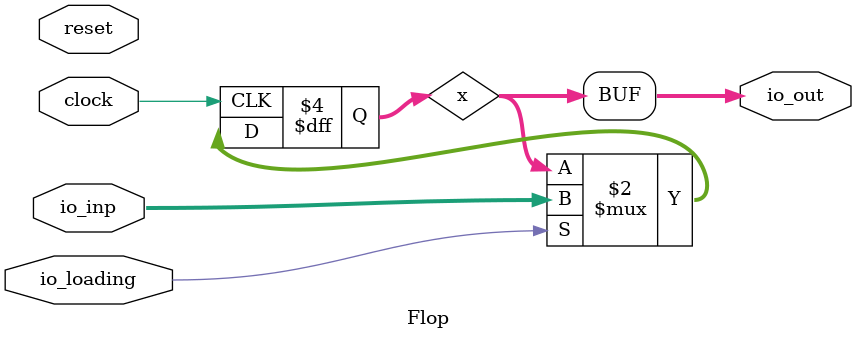
<source format=v>
module Flop(
  input         clock,
  input         reset,
  input  [15:0] io_inp,
  input         io_loading,
  output [15:0] io_out
);
`ifdef RANDOMIZE_REG_INIT
  reg [31:0] _RAND_0;
`endif // RANDOMIZE_REG_INIT
  reg [15:0] x;
  assign io_out = x; // @[Flop.scala 20:10]
  always @(posedge clock) begin
    if (io_loading) begin
      x <= io_inp;
    end
  end
// Register and memory initialization
`ifdef RANDOMIZE_GARBAGE_ASSIGN
`define RANDOMIZE
`endif
`ifdef RANDOMIZE_INVALID_ASSIGN
`define RANDOMIZE
`endif
`ifdef RANDOMIZE_REG_INIT
`define RANDOMIZE
`endif
`ifdef RANDOMIZE_MEM_INIT
`define RANDOMIZE
`endif
`ifndef RANDOM
`define RANDOM $random
`endif
`ifdef RANDOMIZE_MEM_INIT
  integer initvar;
`endif
`ifndef SYNTHESIS
`ifdef FIRRTL_BEFORE_INITIAL
`FIRRTL_BEFORE_INITIAL
`endif
initial begin
  `ifdef RANDOMIZE
    `ifdef INIT_RANDOM
      `INIT_RANDOM
    `endif
    `ifndef VERILATOR
      `ifdef RANDOMIZE_DELAY
        #`RANDOMIZE_DELAY begin end
      `else
        #0.002 begin end
      `endif
    `endif
`ifdef RANDOMIZE_REG_INIT
  _RAND_0 = {1{`RANDOM}};
  x = _RAND_0[15:0];
`endif // RANDOMIZE_REG_INIT
  `endif // RANDOMIZE
end // initial
`ifdef FIRRTL_AFTER_INITIAL
`FIRRTL_AFTER_INITIAL
`endif
`endif // SYNTHESIS
endmodule

</source>
